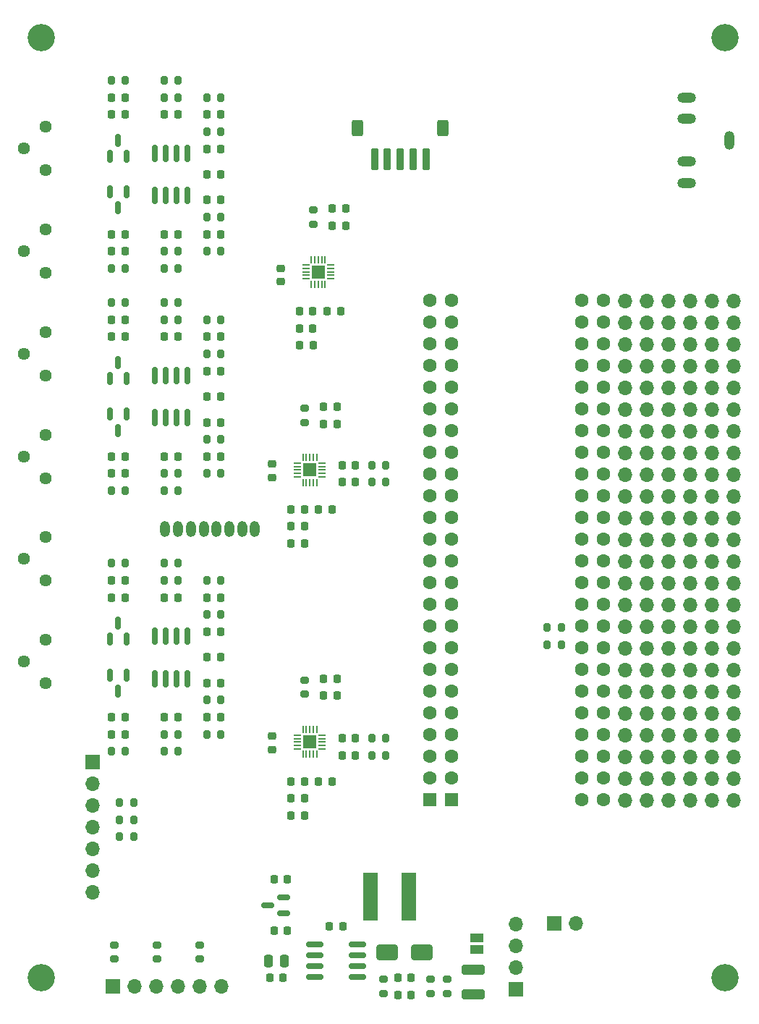
<source format=gbr>
%TF.GenerationSoftware,KiCad,Pcbnew,7.0.2*%
%TF.CreationDate,2025-02-14T16:13:01+00:00*%
%TF.ProjectId,body,626f6479-2e6b-4696-9361-645f70636258,rev?*%
%TF.SameCoordinates,Original*%
%TF.FileFunction,Soldermask,Top*%
%TF.FilePolarity,Negative*%
%FSLAX46Y46*%
G04 Gerber Fmt 4.6, Leading zero omitted, Abs format (unit mm)*
G04 Created by KiCad (PCBNEW 7.0.2) date 2025-02-14 16:13:01*
%MOMM*%
%LPD*%
G01*
G04 APERTURE LIST*
G04 Aperture macros list*
%AMRoundRect*
0 Rectangle with rounded corners*
0 $1 Rounding radius*
0 $2 $3 $4 $5 $6 $7 $8 $9 X,Y pos of 4 corners*
0 Add a 4 corners polygon primitive as box body*
4,1,4,$2,$3,$4,$5,$6,$7,$8,$9,$2,$3,0*
0 Add four circle primitives for the rounded corners*
1,1,$1+$1,$2,$3*
1,1,$1+$1,$4,$5*
1,1,$1+$1,$6,$7*
1,1,$1+$1,$8,$9*
0 Add four rect primitives between the rounded corners*
20,1,$1+$1,$2,$3,$4,$5,0*
20,1,$1+$1,$4,$5,$6,$7,0*
20,1,$1+$1,$6,$7,$8,$9,0*
20,1,$1+$1,$8,$9,$2,$3,0*%
G04 Aperture macros list end*
%ADD10RoundRect,0.200000X-0.200000X-0.275000X0.200000X-0.275000X0.200000X0.275000X-0.200000X0.275000X0*%
%ADD11O,1.700000X1.700000*%
%ADD12RoundRect,0.225000X-0.225000X-0.250000X0.225000X-0.250000X0.225000X0.250000X-0.225000X0.250000X0*%
%ADD13RoundRect,0.200000X0.275000X-0.200000X0.275000X0.200000X-0.275000X0.200000X-0.275000X-0.200000X0*%
%ADD14R,1.500000X1.000000*%
%ADD15C,1.440000*%
%ADD16R,1.700000X1.700000*%
%ADD17RoundRect,0.225000X0.225000X0.250000X-0.225000X0.250000X-0.225000X-0.250000X0.225000X-0.250000X0*%
%ADD18RoundRect,0.250000X0.250000X0.475000X-0.250000X0.475000X-0.250000X-0.475000X0.250000X-0.475000X0*%
%ADD19RoundRect,0.218750X0.218750X0.256250X-0.218750X0.256250X-0.218750X-0.256250X0.218750X-0.256250X0*%
%ADD20RoundRect,0.200000X0.200000X0.275000X-0.200000X0.275000X-0.200000X-0.275000X0.200000X-0.275000X0*%
%ADD21RoundRect,0.225000X0.250000X-0.225000X0.250000X0.225000X-0.250000X0.225000X-0.250000X-0.225000X0*%
%ADD22C,3.200000*%
%ADD23RoundRect,0.250000X-1.100000X0.325000X-1.100000X-0.325000X1.100000X-0.325000X1.100000X0.325000X0*%
%ADD24RoundRect,0.050000X0.050000X-0.375000X0.050000X0.375000X-0.050000X0.375000X-0.050000X-0.375000X0*%
%ADD25RoundRect,0.050000X0.375000X-0.050000X0.375000X0.050000X-0.375000X0.050000X-0.375000X-0.050000X0*%
%ADD26R,1.650000X1.650000*%
%ADD27RoundRect,0.150000X-0.150000X0.825000X-0.150000X-0.825000X0.150000X-0.825000X0.150000X0.825000X0*%
%ADD28RoundRect,0.200000X-0.275000X0.200000X-0.275000X-0.200000X0.275000X-0.200000X0.275000X0.200000X0*%
%ADD29RoundRect,0.150000X0.587500X0.150000X-0.587500X0.150000X-0.587500X-0.150000X0.587500X-0.150000X0*%
%ADD30RoundRect,0.150000X-0.150000X0.587500X-0.150000X-0.587500X0.150000X-0.587500X0.150000X0.587500X0*%
%ADD31RoundRect,0.150000X0.150000X-0.587500X0.150000X0.587500X-0.150000X0.587500X-0.150000X-0.587500X0*%
%ADD32RoundRect,0.150000X-0.825000X-0.150000X0.825000X-0.150000X0.825000X0.150000X-0.825000X0.150000X0*%
%ADD33O,2.200000X1.200000*%
%ADD34O,1.200000X2.200000*%
%ADD35RoundRect,0.250000X-1.000000X-0.650000X1.000000X-0.650000X1.000000X0.650000X-1.000000X0.650000X0*%
%ADD36R,1.700000X5.700000*%
%ADD37RoundRect,0.212500X0.212500X1.087500X-0.212500X1.087500X-0.212500X-1.087500X0.212500X-1.087500X0*%
%ADD38RoundRect,0.216667X0.433333X0.733333X-0.433333X0.733333X-0.433333X-0.733333X0.433333X-0.733333X0*%
%ADD39O,1.170000X1.870000*%
%ADD40R,1.600000X1.600000*%
%ADD41C,1.600000*%
G04 APERTURE END LIST*
D10*
%TO.C,R32*%
X113175000Y-83000000D03*
X114825000Y-83000000D03*
%TD*%
D11*
%TO.C,PB52*%
X183510000Y-68420000D03*
%TD*%
%TO.C,PB132*%
X183510000Y-119220000D03*
%TD*%
%TO.C,PB87*%
X175890000Y-96360000D03*
%TD*%
D12*
%TO.C,C6*%
X124400000Y-109509999D03*
X125950000Y-109509999D03*
%TD*%
D11*
%TO.C,PB3*%
X173350000Y-65880000D03*
%TD*%
%TO.C,PB106*%
X178430000Y-114140000D03*
%TD*%
D13*
%TO.C,R11*%
X118500000Y-137825000D03*
X118500000Y-136175000D03*
%TD*%
D11*
%TO.C,PB33*%
X178430000Y-81120000D03*
%TD*%
%TO.C,PB108*%
X178430000Y-119220000D03*
%TD*%
D14*
%TO.C,JP1*%
X156000000Y-136650000D03*
X156000000Y-135350000D03*
%TD*%
D11*
%TO.C,PB102*%
X178430000Y-103980000D03*
%TD*%
D15*
%TO.C,RV6*%
X105540000Y-52460000D03*
X103000000Y-55000000D03*
X105540000Y-57540000D03*
%TD*%
D16*
%TO.C,J6*%
X113380000Y-141000000D03*
D11*
X115920000Y-141000000D03*
X118460000Y-141000000D03*
X121000000Y-141000000D03*
X123540000Y-141000000D03*
X126080000Y-141000000D03*
%TD*%
D17*
%TO.C,C53*%
X140000000Y-62000000D03*
X138450000Y-62000000D03*
%TD*%
D13*
%TO.C,R45*%
X136820000Y-51825000D03*
X136820000Y-50175000D03*
%TD*%
D11*
%TO.C,PB6*%
X173350000Y-73500000D03*
%TD*%
D18*
%TO.C,C56*%
X133450000Y-138000000D03*
X131550000Y-138000000D03*
%TD*%
D11*
%TO.C,PB85*%
X175890000Y-91280000D03*
%TD*%
D10*
%TO.C,R42*%
X113175000Y-57000000D03*
X114825000Y-57000000D03*
%TD*%
D11*
%TO.C,PB113*%
X180970000Y-101440000D03*
%TD*%
%TO.C,PB92*%
X175890000Y-109060000D03*
%TD*%
%TO.C,PB8*%
X173350000Y-78580000D03*
%TD*%
D17*
%TO.C,C51*%
X140595000Y-52000000D03*
X139045000Y-52000000D03*
%TD*%
D11*
%TO.C,PB32*%
X178430000Y-78580000D03*
%TD*%
D19*
%TO.C,FB3*%
X136787500Y-66000000D03*
X135212500Y-66000000D03*
%TD*%
D11*
%TO.C,PB56*%
X183510000Y-78580000D03*
%TD*%
%TO.C,PB47*%
X180970000Y-86200000D03*
%TD*%
D20*
%TO.C,R15*%
X121000000Y-93509999D03*
X119350000Y-93509999D03*
%TD*%
D11*
%TO.C,PB60*%
X183510000Y-88740000D03*
%TD*%
D12*
%TO.C,C13*%
X113225000Y-111500000D03*
X114775000Y-111500000D03*
%TD*%
D11*
%TO.C,PB68*%
X186050000Y-78580000D03*
%TD*%
D20*
%TO.C,R8*%
X115825000Y-121510000D03*
X114175000Y-121510000D03*
%TD*%
D12*
%TO.C,C34*%
X113225000Y-37000000D03*
X114775000Y-37000000D03*
%TD*%
%TO.C,C15*%
X113225000Y-109499999D03*
X114775000Y-109499999D03*
%TD*%
%TO.C,C3*%
X140225000Y-80000000D03*
X141775000Y-80000000D03*
%TD*%
%TO.C,C10*%
X119400000Y-109509999D03*
X120950000Y-109509999D03*
%TD*%
D11*
%TO.C,PB26*%
X178430000Y-63340000D03*
%TD*%
%TO.C,PB97*%
X178430000Y-91280000D03*
%TD*%
%TO.C,PB5*%
X173350000Y-70960000D03*
%TD*%
D12*
%TO.C,C30*%
X124400000Y-49009999D03*
X125950000Y-49009999D03*
%TD*%
D11*
%TO.C,PB73*%
X173350000Y-91280000D03*
%TD*%
%TO.C,PB143*%
X186050000Y-116680000D03*
%TD*%
%TO.C,PB61*%
X186050000Y-60800000D03*
%TD*%
D20*
%TO.C,R6*%
X145325000Y-112000000D03*
X143675000Y-112000000D03*
%TD*%
D16*
%TO.C,J7*%
X160500000Y-141300000D03*
D11*
X160500000Y-138760000D03*
X160500000Y-136220000D03*
X160500000Y-133680000D03*
%TD*%
%TO.C,PB118*%
X180970000Y-114140000D03*
%TD*%
%TO.C,PB44*%
X180970000Y-78580000D03*
%TD*%
D10*
%TO.C,R38*%
X119350000Y-57009999D03*
X121000000Y-57009999D03*
%TD*%
D11*
%TO.C,PB69*%
X186050000Y-81120000D03*
%TD*%
%TO.C,PB96*%
X175890000Y-119220000D03*
%TD*%
D21*
%TO.C,C52*%
X133000000Y-58550000D03*
X133000000Y-57000000D03*
%TD*%
D12*
%TO.C,C33*%
X124400000Y-46009999D03*
X125950000Y-46009999D03*
%TD*%
D10*
%TO.C,R22*%
X113175000Y-113500000D03*
X114825000Y-113500000D03*
%TD*%
D11*
%TO.C,PB53*%
X183510000Y-70960000D03*
%TD*%
%TO.C,PB136*%
X186050000Y-98900000D03*
%TD*%
%TO.C,PB63*%
X186050000Y-65880000D03*
%TD*%
%TO.C,PB76*%
X173350000Y-98900000D03*
%TD*%
D17*
%TO.C,C57*%
X140275000Y-134000000D03*
X138725000Y-134000000D03*
%TD*%
%TO.C,C60*%
X133775000Y-134500000D03*
X132225000Y-134500000D03*
%TD*%
D20*
%TO.C,R25*%
X121000000Y-63009999D03*
X119350000Y-63009999D03*
%TD*%
D12*
%TO.C,C20*%
X119400000Y-65009998D03*
X120950000Y-65009998D03*
%TD*%
D13*
%TO.C,R10*%
X113500000Y-137825000D03*
X113500000Y-136175000D03*
%TD*%
D22*
%TO.C,H3*%
X105000000Y-140000000D03*
%TD*%
D11*
%TO.C,PB4*%
X173350000Y-68420000D03*
%TD*%
%TO.C,PB75*%
X173350000Y-96360000D03*
%TD*%
D23*
%TO.C,C63*%
X155500000Y-139025000D03*
X155500000Y-141975000D03*
%TD*%
D17*
%TO.C,C49*%
X135775000Y-85180000D03*
X134225000Y-85180000D03*
%TD*%
D11*
%TO.C,PB17*%
X175890000Y-70960000D03*
%TD*%
%TO.C,PB30*%
X178430000Y-73500000D03*
%TD*%
%TO.C,PB34*%
X178430000Y-83660000D03*
%TD*%
%TO.C,PB64*%
X186050000Y-68420000D03*
%TD*%
D20*
%TO.C,R26*%
X121000000Y-61009999D03*
X119350000Y-61009999D03*
%TD*%
D11*
%TO.C,PB131*%
X183510000Y-116680000D03*
%TD*%
D10*
%TO.C,R17*%
X119350000Y-111509999D03*
X121000000Y-111509999D03*
%TD*%
D11*
%TO.C,PB126*%
X183510000Y-103980000D03*
%TD*%
D15*
%TO.C,RV4*%
X105540000Y-76460000D03*
X103000000Y-79000000D03*
X105540000Y-81540000D03*
%TD*%
D11*
%TO.C,PB135*%
X186050000Y-96360000D03*
%TD*%
%TO.C,PB18*%
X175890000Y-73500000D03*
%TD*%
%TO.C,PB127*%
X183510000Y-106520000D03*
%TD*%
D17*
%TO.C,C55*%
X136775000Y-62000000D03*
X135225000Y-62000000D03*
%TD*%
D24*
%TO.C,U5*%
X135610000Y-113860000D03*
X136010000Y-113860000D03*
X136410000Y-113860000D03*
X136810000Y-113860000D03*
X137210000Y-113860000D03*
D25*
X137860000Y-113210000D03*
X137860000Y-112810000D03*
X137860000Y-112410000D03*
X137860000Y-112010000D03*
X137860000Y-111610000D03*
D24*
X137210000Y-110960000D03*
X136810000Y-110960000D03*
X136410000Y-110960000D03*
X136010000Y-110960000D03*
X135610000Y-110960000D03*
D25*
X134960000Y-111610000D03*
X134960000Y-112010000D03*
X134960000Y-112410000D03*
X134960000Y-112810000D03*
X134960000Y-113210000D03*
D26*
X136410000Y-112410000D03*
%TD*%
D11*
%TO.C,PB81*%
X173350000Y-111600000D03*
%TD*%
%TO.C,PB125*%
X183510000Y-101440000D03*
%TD*%
D10*
%TO.C,R27*%
X119350000Y-81009999D03*
X121000000Y-81009999D03*
%TD*%
%TO.C,R21*%
X113175000Y-91500000D03*
X114825000Y-91500000D03*
%TD*%
D27*
%TO.C,U4*%
X122080000Y-43534999D03*
X120810000Y-43534999D03*
X119540000Y-43534999D03*
X118270000Y-43534999D03*
X118270000Y-48484999D03*
X119540000Y-48484999D03*
X120810000Y-48484999D03*
X122080000Y-48484999D03*
%TD*%
D12*
%TO.C,C17*%
X124400000Y-79009999D03*
X125950000Y-79009999D03*
%TD*%
D22*
%TO.C,H1*%
X105000000Y-30000000D03*
%TD*%
D20*
%TO.C,R2*%
X165825000Y-99000000D03*
X164175000Y-99000000D03*
%TD*%
D10*
%TO.C,R20*%
X124350000Y-107509999D03*
X126000000Y-107509999D03*
%TD*%
D11*
%TO.C,PB117*%
X180970000Y-111600000D03*
%TD*%
%TO.C,PB77*%
X173350000Y-101440000D03*
%TD*%
%TO.C,PB54*%
X183510000Y-73500000D03*
%TD*%
D27*
%TO.C,U3*%
X122080000Y-69534999D03*
X120810000Y-69534999D03*
X119540000Y-69534999D03*
X118270000Y-69534999D03*
X118270000Y-74484999D03*
X119540000Y-74484999D03*
X120810000Y-74484999D03*
X122080000Y-74484999D03*
%TD*%
D10*
%TO.C,R24*%
X124350000Y-81009999D03*
X126000000Y-81009999D03*
%TD*%
D11*
%TO.C,PB41*%
X180970000Y-70960000D03*
%TD*%
D17*
%TO.C,C27*%
X125950000Y-39009999D03*
X124400000Y-39009999D03*
%TD*%
D11*
%TO.C,PB138*%
X186050000Y-103980000D03*
%TD*%
D12*
%TO.C,C37*%
X113225000Y-52999999D03*
X114775000Y-52999999D03*
%TD*%
%TO.C,C24*%
X113225000Y-81000000D03*
X114775000Y-81000000D03*
%TD*%
D11*
%TO.C,PB10*%
X173350000Y-83660000D03*
%TD*%
%TO.C,PB142*%
X186050000Y-114140000D03*
%TD*%
D17*
%TO.C,C62*%
X133775000Y-128500000D03*
X132225000Y-128500000D03*
%TD*%
D11*
%TO.C,PB66*%
X186050000Y-73500000D03*
%TD*%
D28*
%TO.C,R46*%
X145000000Y-140175000D03*
X145000000Y-141825000D03*
%TD*%
D11*
%TO.C,PB109*%
X180970000Y-91280000D03*
%TD*%
D12*
%TO.C,C8*%
X124400000Y-105509999D03*
X125950000Y-105509999D03*
%TD*%
D11*
%TO.C,PB20*%
X175890000Y-78580000D03*
%TD*%
%TO.C,PB43*%
X180970000Y-76040000D03*
%TD*%
D12*
%TO.C,C59*%
X146725000Y-142000000D03*
X148275000Y-142000000D03*
%TD*%
D11*
%TO.C,PB104*%
X178430000Y-109060000D03*
%TD*%
D15*
%TO.C,RV1*%
X105540000Y-88460000D03*
X103000000Y-91000000D03*
X105540000Y-93540000D03*
%TD*%
D17*
%TO.C,C45*%
X139595000Y-75180000D03*
X138045000Y-75180000D03*
%TD*%
D13*
%TO.C,R12*%
X123520000Y-137825000D03*
X123520000Y-136175000D03*
%TD*%
D11*
%TO.C,PB7*%
X173350000Y-76040000D03*
%TD*%
D29*
%TO.C,U9*%
X133375000Y-132450000D03*
X133375000Y-130550000D03*
X131500000Y-131500000D03*
%TD*%
D15*
%TO.C,RV3*%
X105540000Y-64460000D03*
X103000000Y-67000000D03*
X105540000Y-69540000D03*
%TD*%
D11*
%TO.C,PB112*%
X180970000Y-98900000D03*
%TD*%
D17*
%TO.C,C5*%
X125950000Y-95509999D03*
X124400000Y-95509999D03*
%TD*%
D12*
%TO.C,C35*%
X113225000Y-55000000D03*
X114775000Y-55000000D03*
%TD*%
%TO.C,C29*%
X124400000Y-43009999D03*
X125950000Y-43009999D03*
%TD*%
D17*
%TO.C,C54*%
X136775000Y-64000000D03*
X135225000Y-64000000D03*
%TD*%
D11*
%TO.C,PB62*%
X186050000Y-63340000D03*
%TD*%
%TO.C,PB119*%
X180970000Y-116680000D03*
%TD*%
D30*
%TO.C,D2*%
X114950000Y-104562499D03*
X113050000Y-104562499D03*
X114000000Y-106437499D03*
%TD*%
D11*
%TO.C,PB22*%
X175890000Y-83660000D03*
%TD*%
D20*
%TO.C,R36*%
X121000000Y-35009999D03*
X119350000Y-35009999D03*
%TD*%
D11*
%TO.C,PB78*%
X173350000Y-103980000D03*
%TD*%
%TO.C,PB9*%
X173350000Y-81120000D03*
%TD*%
%TO.C,PB137*%
X186050000Y-101440000D03*
%TD*%
%TO.C,PB80*%
X173350000Y-109060000D03*
%TD*%
D10*
%TO.C,R28*%
X119350000Y-83009999D03*
X121000000Y-83009999D03*
%TD*%
D11*
%TO.C,PB111*%
X180970000Y-96360000D03*
%TD*%
%TO.C,PB86*%
X175890000Y-93820000D03*
%TD*%
D24*
%TO.C,U7*%
X136610000Y-58860000D03*
X137010000Y-58860000D03*
X137410000Y-58860000D03*
X137810000Y-58860000D03*
X138210000Y-58860000D03*
D25*
X138860000Y-58210000D03*
X138860000Y-57810000D03*
X138860000Y-57410000D03*
X138860000Y-57010000D03*
X138860000Y-56610000D03*
D24*
X138210000Y-55960000D03*
X137810000Y-55960000D03*
X137410000Y-55960000D03*
X137010000Y-55960000D03*
X136610000Y-55960000D03*
D25*
X135960000Y-56610000D03*
X135960000Y-57010000D03*
X135960000Y-57410000D03*
X135960000Y-57810000D03*
X135960000Y-58210000D03*
D26*
X137410000Y-57410000D03*
%TD*%
D17*
%TO.C,C44*%
X139595000Y-73180000D03*
X138045000Y-73180000D03*
%TD*%
D15*
%TO.C,RV2*%
X105540000Y-100460000D03*
X103000000Y-103000000D03*
X105540000Y-105540000D03*
%TD*%
D11*
%TO.C,PB21*%
X175890000Y-81120000D03*
%TD*%
%TO.C,PB128*%
X183510000Y-109060000D03*
%TD*%
%TO.C,PB120*%
X180970000Y-119220000D03*
%TD*%
D28*
%TO.C,R47*%
X152500000Y-140175000D03*
X152500000Y-141825000D03*
%TD*%
D17*
%TO.C,C39*%
X139595000Y-107000000D03*
X138045000Y-107000000D03*
%TD*%
D12*
%TO.C,C18*%
X124400000Y-69009999D03*
X125950000Y-69009999D03*
%TD*%
D11*
%TO.C,PB79*%
X173350000Y-106520000D03*
%TD*%
D13*
%TO.C,R43*%
X135820000Y-106825000D03*
X135820000Y-105175000D03*
%TD*%
D11*
%TO.C,PB94*%
X175890000Y-114140000D03*
%TD*%
%TO.C,PB98*%
X178430000Y-93820000D03*
%TD*%
%TO.C,PB39*%
X180970000Y-65880000D03*
%TD*%
%TO.C,PB99*%
X178430000Y-96360000D03*
%TD*%
%TO.C,PB1*%
X173350000Y-60800000D03*
%TD*%
D31*
%TO.C,D1*%
X113050000Y-100374999D03*
X114950000Y-100374999D03*
X114000000Y-98499999D03*
%TD*%
D12*
%TO.C,C14*%
X113225000Y-95499999D03*
X114775000Y-95499999D03*
%TD*%
D17*
%TO.C,C16*%
X125950000Y-65009999D03*
X124400000Y-65009999D03*
%TD*%
D11*
%TO.C,PB115*%
X180970000Y-106520000D03*
%TD*%
D30*
%TO.C,D6*%
X114950000Y-48062499D03*
X113050000Y-48062499D03*
X114000000Y-49937499D03*
%TD*%
D11*
%TO.C,PB114*%
X180970000Y-103980000D03*
%TD*%
D20*
%TO.C,R33*%
X126000000Y-37009999D03*
X124350000Y-37009999D03*
%TD*%
D11*
%TO.C,PB103*%
X178430000Y-106520000D03*
%TD*%
%TO.C,PB46*%
X180970000Y-83660000D03*
%TD*%
%TO.C,PB133*%
X186050000Y-91280000D03*
%TD*%
%TO.C,PB82*%
X173350000Y-114140000D03*
%TD*%
%TO.C,PB36*%
X178430000Y-88740000D03*
%TD*%
D17*
%TO.C,C47*%
X139000000Y-85180000D03*
X137450000Y-85180000D03*
%TD*%
%TO.C,C42*%
X135775000Y-119000000D03*
X134225000Y-119000000D03*
%TD*%
D12*
%TO.C,C23*%
X113225000Y-63000000D03*
X114775000Y-63000000D03*
%TD*%
D10*
%TO.C,R18*%
X119350000Y-113509999D03*
X121000000Y-113509999D03*
%TD*%
D12*
%TO.C,C22*%
X124400000Y-72009999D03*
X125950000Y-72009999D03*
%TD*%
%TO.C,C25*%
X113225000Y-64999999D03*
X114775000Y-64999999D03*
%TD*%
D17*
%TO.C,C50*%
X140595000Y-50000000D03*
X139045000Y-50000000D03*
%TD*%
D20*
%TO.C,R16*%
X121000000Y-91509999D03*
X119350000Y-91509999D03*
%TD*%
D11*
%TO.C,PB140*%
X186050000Y-109060000D03*
%TD*%
%TO.C,PB15*%
X175890000Y-65880000D03*
%TD*%
D13*
%TO.C,R44*%
X135820000Y-75005000D03*
X135820000Y-73355000D03*
%TD*%
D24*
%TO.C,U6*%
X135610000Y-82040000D03*
X136010000Y-82040000D03*
X136410000Y-82040000D03*
X136810000Y-82040000D03*
X137210000Y-82040000D03*
D25*
X137860000Y-81390000D03*
X137860000Y-80990000D03*
X137860000Y-80590000D03*
X137860000Y-80190000D03*
X137860000Y-79790000D03*
D24*
X137210000Y-79140000D03*
X136810000Y-79140000D03*
X136410000Y-79140000D03*
X136010000Y-79140000D03*
X135610000Y-79140000D03*
D25*
X134960000Y-79790000D03*
X134960000Y-80190000D03*
X134960000Y-80590000D03*
X134960000Y-80990000D03*
X134960000Y-81390000D03*
D26*
X136410000Y-80590000D03*
%TD*%
D11*
%TO.C,PB71*%
X186050000Y-86200000D03*
%TD*%
%TO.C,PB59*%
X183510000Y-86200000D03*
%TD*%
%TO.C,PB24*%
X175890000Y-88740000D03*
%TD*%
D22*
%TO.C,H4*%
X185000000Y-140000000D03*
%TD*%
D11*
%TO.C,PB38*%
X180970000Y-63340000D03*
%TD*%
%TO.C,PB144*%
X186050000Y-119220000D03*
%TD*%
%TO.C,PB83*%
X173350000Y-116680000D03*
%TD*%
%TO.C,PB14*%
X175890000Y-63340000D03*
%TD*%
D21*
%TO.C,C46*%
X132000000Y-81455000D03*
X132000000Y-79905000D03*
%TD*%
D12*
%TO.C,C31*%
X119400000Y-39009998D03*
X120950000Y-39009998D03*
%TD*%
D19*
%TO.C,FB1*%
X135787500Y-121000000D03*
X134212500Y-121000000D03*
%TD*%
D11*
%TO.C,PB55*%
X183510000Y-76040000D03*
%TD*%
%TO.C,PB105*%
X178430000Y-111600000D03*
%TD*%
%TO.C,PB42*%
X180970000Y-73500000D03*
%TD*%
D27*
%TO.C,U2*%
X122080000Y-100034999D03*
X120810000Y-100034999D03*
X119540000Y-100034999D03*
X118270000Y-100034999D03*
X118270000Y-104984999D03*
X119540000Y-104984999D03*
X120810000Y-104984999D03*
X122080000Y-104984999D03*
%TD*%
D31*
%TO.C,D3*%
X113050000Y-69874999D03*
X114950000Y-69874999D03*
X114000000Y-67999999D03*
%TD*%
D10*
%TO.C,R30*%
X124350000Y-77009999D03*
X126000000Y-77009999D03*
%TD*%
D32*
%TO.C,U8*%
X137025000Y-136095000D03*
X137025000Y-137365000D03*
X137025000Y-138635000D03*
X137025000Y-139905000D03*
X141975000Y-139905000D03*
X141975000Y-138635000D03*
X141975000Y-137365000D03*
X141975000Y-136095000D03*
%TD*%
D11*
%TO.C,PB88*%
X175890000Y-98900000D03*
%TD*%
D21*
%TO.C,C40*%
X132000000Y-113275000D03*
X132000000Y-111725000D03*
%TD*%
D15*
%TO.C,RV5*%
X105540000Y-40460000D03*
X103000000Y-43000000D03*
X105540000Y-45540000D03*
%TD*%
D11*
%TO.C,PB121*%
X183510000Y-91280000D03*
%TD*%
D22*
%TO.C,H2*%
X185000000Y-30000000D03*
%TD*%
D31*
%TO.C,D5*%
X113050000Y-43874999D03*
X114950000Y-43874999D03*
X114000000Y-41999999D03*
%TD*%
D11*
%TO.C,PB37*%
X180970000Y-60800000D03*
%TD*%
%TO.C,PB65*%
X186050000Y-70960000D03*
%TD*%
%TO.C,PB116*%
X180970000Y-109060000D03*
%TD*%
D17*
%TO.C,C43*%
X135775000Y-117000000D03*
X134225000Y-117000000D03*
%TD*%
D12*
%TO.C,C21*%
X119400000Y-79009999D03*
X120950000Y-79009999D03*
%TD*%
D11*
%TO.C,PB50*%
X183510000Y-63340000D03*
%TD*%
%TO.C,PB123*%
X183510000Y-96360000D03*
%TD*%
%TO.C,PB139*%
X186050000Y-106520000D03*
%TD*%
%TO.C,PB130*%
X183510000Y-114140000D03*
%TD*%
%TO.C,PB12*%
X173350000Y-88740000D03*
%TD*%
D20*
%TO.C,R35*%
X121000000Y-37009999D03*
X119350000Y-37009999D03*
%TD*%
D11*
%TO.C,PB27*%
X178430000Y-65880000D03*
%TD*%
D20*
%TO.C,R7*%
X145325000Y-80000000D03*
X143675000Y-80000000D03*
%TD*%
%TO.C,R5*%
X115825000Y-119510000D03*
X114175000Y-119510000D03*
%TD*%
D10*
%TO.C,R9*%
X114175000Y-123500000D03*
X115825000Y-123500000D03*
%TD*%
D11*
%TO.C,PB95*%
X175890000Y-116680000D03*
%TD*%
D10*
%TO.C,R34*%
X124350000Y-55009999D03*
X126000000Y-55009999D03*
%TD*%
D11*
%TO.C,PB91*%
X175890000Y-106520000D03*
%TD*%
%TO.C,PB57*%
X183510000Y-81120000D03*
%TD*%
%TO.C,PB134*%
X186050000Y-93820000D03*
%TD*%
D12*
%TO.C,C4*%
X140225000Y-82000000D03*
X141775000Y-82000000D03*
%TD*%
D11*
%TO.C,PB100*%
X178430000Y-98900000D03*
%TD*%
D12*
%TO.C,C28*%
X124400000Y-53009999D03*
X125950000Y-53009999D03*
%TD*%
D20*
%TO.C,R3*%
X145325000Y-114000000D03*
X143675000Y-114000000D03*
%TD*%
D11*
%TO.C,PB16*%
X175890000Y-68420000D03*
%TD*%
D30*
%TO.C,D4*%
X114950000Y-74062499D03*
X113050000Y-74062499D03*
X114000000Y-75937499D03*
%TD*%
D10*
%TO.C,R37*%
X119350000Y-55009999D03*
X121000000Y-55009999D03*
%TD*%
D12*
%TO.C,C9*%
X119400000Y-95509998D03*
X120950000Y-95509998D03*
%TD*%
%TO.C,C12*%
X113225000Y-93500000D03*
X114775000Y-93500000D03*
%TD*%
D10*
%TO.C,R14*%
X124350000Y-111509999D03*
X126000000Y-111509999D03*
%TD*%
%TO.C,R19*%
X124350000Y-97509999D03*
X126000000Y-97509999D03*
%TD*%
D19*
%TO.C,FB2*%
X135787500Y-89180000D03*
X134212500Y-89180000D03*
%TD*%
D11*
%TO.C,PB11*%
X173350000Y-86200000D03*
%TD*%
%TO.C,PB40*%
X180970000Y-68420000D03*
%TD*%
D20*
%TO.C,R23*%
X126000000Y-63009999D03*
X124350000Y-63009999D03*
%TD*%
D11*
%TO.C,PB101*%
X178430000Y-101440000D03*
%TD*%
D20*
%TO.C,R4*%
X145325000Y-82000000D03*
X143675000Y-82000000D03*
%TD*%
D12*
%TO.C,C61*%
X146725000Y-140000000D03*
X148275000Y-140000000D03*
%TD*%
%TO.C,C26*%
X113225000Y-78999999D03*
X114775000Y-78999999D03*
%TD*%
D11*
%TO.C,PB25*%
X178430000Y-60800000D03*
%TD*%
%TO.C,PB2*%
X173350000Y-63340000D03*
%TD*%
%TO.C,PB23*%
X175890000Y-86200000D03*
%TD*%
D10*
%TO.C,R29*%
X124350000Y-67009999D03*
X126000000Y-67009999D03*
%TD*%
D11*
%TO.C,PB93*%
X175890000Y-111600000D03*
%TD*%
%TO.C,PB72*%
X186050000Y-88740000D03*
%TD*%
D12*
%TO.C,C19*%
X124400000Y-75009999D03*
X125950000Y-75009999D03*
%TD*%
%TO.C,C2*%
X140225000Y-114000000D03*
X141775000Y-114000000D03*
%TD*%
D11*
%TO.C,PB84*%
X173350000Y-119220000D03*
%TD*%
%TO.C,PB58*%
X183510000Y-83660000D03*
%TD*%
D10*
%TO.C,R31*%
X113175000Y-61000000D03*
X114825000Y-61000000D03*
%TD*%
D11*
%TO.C,PB110*%
X180970000Y-93820000D03*
%TD*%
%TO.C,PB51*%
X183510000Y-65880000D03*
%TD*%
D17*
%TO.C,C58*%
X133275000Y-140000000D03*
X131725000Y-140000000D03*
%TD*%
D11*
%TO.C,PB141*%
X186050000Y-111600000D03*
%TD*%
%TO.C,PB29*%
X178430000Y-70960000D03*
%TD*%
%TO.C,PB70*%
X186050000Y-83660000D03*
%TD*%
D10*
%TO.C,R40*%
X124350000Y-51009999D03*
X126000000Y-51009999D03*
%TD*%
D33*
%TO.C,J4*%
X180500000Y-47000000D03*
X180500000Y-44500000D03*
D34*
X185500000Y-42000000D03*
D33*
X180500000Y-37000000D03*
X180500000Y-39500000D03*
%TD*%
D17*
%TO.C,C41*%
X139000000Y-117000000D03*
X137450000Y-117000000D03*
%TD*%
D11*
%TO.C,PB67*%
X186050000Y-76040000D03*
%TD*%
D20*
%TO.C,R13*%
X126000000Y-93509999D03*
X124350000Y-93509999D03*
%TD*%
D11*
%TO.C,PB89*%
X175890000Y-101440000D03*
%TD*%
%TO.C,PB31*%
X178430000Y-76040000D03*
%TD*%
D20*
%TO.C,R1*%
X165825000Y-101000000D03*
X164175000Y-101000000D03*
%TD*%
D11*
%TO.C,PB90*%
X175890000Y-103980000D03*
%TD*%
D12*
%TO.C,C32*%
X119400000Y-53009999D03*
X120950000Y-53009999D03*
%TD*%
D11*
%TO.C,PB48*%
X180970000Y-88740000D03*
%TD*%
D17*
%TO.C,C38*%
X139595000Y-105000000D03*
X138045000Y-105000000D03*
%TD*%
%TO.C,C48*%
X135775000Y-87180000D03*
X134225000Y-87180000D03*
%TD*%
D12*
%TO.C,C7*%
X124400000Y-99509999D03*
X125950000Y-99509999D03*
%TD*%
D11*
%TO.C,PB13*%
X175890000Y-60800000D03*
%TD*%
%TO.C,PB122*%
X183510000Y-93820000D03*
%TD*%
%TO.C,PB124*%
X183510000Y-98900000D03*
%TD*%
D28*
%TO.C,R48*%
X150500000Y-140175000D03*
X150500000Y-141825000D03*
%TD*%
D35*
%TO.C,D7*%
X145500000Y-137000000D03*
X149500000Y-137000000D03*
%TD*%
D11*
%TO.C,PB28*%
X178430000Y-68420000D03*
%TD*%
%TO.C,PB107*%
X178430000Y-116680000D03*
%TD*%
%TO.C,PB19*%
X175890000Y-76040000D03*
%TD*%
D12*
%TO.C,C36*%
X113225000Y-38999999D03*
X114775000Y-38999999D03*
%TD*%
D10*
%TO.C,R41*%
X113175000Y-35000000D03*
X114825000Y-35000000D03*
%TD*%
D11*
%TO.C,PB49*%
X183510000Y-60800000D03*
%TD*%
%TO.C,PB74*%
X173350000Y-93820000D03*
%TD*%
D12*
%TO.C,C11*%
X124400000Y-102509999D03*
X125950000Y-102509999D03*
%TD*%
%TO.C,C1*%
X140225000Y-112000000D03*
X141775000Y-112000000D03*
%TD*%
D11*
%TO.C,PB35*%
X178430000Y-86200000D03*
%TD*%
D10*
%TO.C,R39*%
X124350000Y-41009999D03*
X126000000Y-41009999D03*
%TD*%
D11*
%TO.C,PB45*%
X180970000Y-81120000D03*
%TD*%
D36*
%TO.C,L1*%
X143500000Y-130500000D03*
X148000000Y-130500000D03*
%TD*%
D37*
%TO.C,J1*%
X144000000Y-44200000D03*
X145500000Y-44200000D03*
X147000000Y-44200000D03*
X148500000Y-44200000D03*
X150000000Y-44200000D03*
D38*
X152000000Y-40600000D03*
X142000000Y-40600000D03*
%TD*%
D11*
%TO.C,PB129*%
X183510000Y-111600000D03*
%TD*%
D16*
%TO.C,J5*%
X111000000Y-114760000D03*
D11*
X111000000Y-117300000D03*
X111000000Y-119840000D03*
X111000000Y-122380000D03*
X111000000Y-124920000D03*
X111000000Y-127460000D03*
X111000000Y-130000000D03*
%TD*%
D39*
%TO.C,J3*%
X130000000Y-87500000D03*
X128500000Y-87500000D03*
X127000000Y-87500000D03*
X125500000Y-87500000D03*
X124000000Y-87500000D03*
X122500000Y-87500000D03*
X121000000Y-87500000D03*
X119500000Y-87500000D03*
%TD*%
D16*
%TO.C,J2*%
X165000000Y-133625000D03*
D11*
X167540000Y-133625000D03*
%TD*%
D40*
%TO.C,U1*%
X150460000Y-119180000D03*
X153000000Y-119180000D03*
D41*
X150460000Y-116640000D03*
X153000000Y-116640000D03*
X150460000Y-114100000D03*
X153000000Y-114100000D03*
X150460000Y-111560000D03*
X153000000Y-111560000D03*
X150460000Y-109020000D03*
X153000000Y-109020000D03*
X150460000Y-106480000D03*
X153000000Y-106480000D03*
X150460000Y-103940000D03*
X153000000Y-103940000D03*
X150460000Y-101400000D03*
X153000000Y-101400000D03*
X150460000Y-98860000D03*
X153000000Y-98860000D03*
X150460000Y-96320000D03*
X153000000Y-96320000D03*
X150460000Y-93780000D03*
X153000000Y-93780000D03*
X150460000Y-91240000D03*
X153000000Y-91240000D03*
X150460000Y-88700000D03*
X153000000Y-88700000D03*
X150460000Y-86160000D03*
X153000000Y-86160000D03*
X150460000Y-83620000D03*
X153000000Y-83620000D03*
X150460000Y-81080000D03*
X153000000Y-81080000D03*
X150460000Y-78540000D03*
X153000000Y-78540000D03*
X150460000Y-76000000D03*
X153000000Y-76000000D03*
X150460000Y-73460000D03*
X153000000Y-73460000D03*
X150460000Y-70920000D03*
X153000000Y-70920000D03*
X150460000Y-68380000D03*
X153000000Y-68380000D03*
X150460000Y-65840000D03*
X153000000Y-65840000D03*
X150460000Y-63300000D03*
X153000000Y-63300000D03*
X150460000Y-60760000D03*
X153000000Y-60760000D03*
X168240000Y-60760000D03*
X170780000Y-60760000D03*
X168240000Y-63300000D03*
X170780000Y-63300000D03*
X168240000Y-65840000D03*
X170780000Y-65840000D03*
X168240000Y-68380000D03*
X170780000Y-68380000D03*
X168240000Y-70920000D03*
X170780000Y-70920000D03*
X168240000Y-73460000D03*
X170780000Y-73460000D03*
X168240000Y-76000000D03*
X170780000Y-76000000D03*
X168240000Y-78540000D03*
X170780000Y-78540000D03*
X168240000Y-81080000D03*
X170780000Y-81080000D03*
X168240000Y-83620000D03*
X170780000Y-83620000D03*
X168240000Y-86160000D03*
X170780000Y-86160000D03*
X168240000Y-88700000D03*
X170780000Y-88700000D03*
X168240000Y-91240000D03*
X170780000Y-91240000D03*
X168240000Y-93780000D03*
X170780000Y-93780000D03*
X168240000Y-96320000D03*
X170780000Y-96320000D03*
X168240000Y-98860000D03*
X170780000Y-98860000D03*
X168240000Y-101400000D03*
X170780000Y-101400000D03*
X168240000Y-103940000D03*
X170780000Y-103940000D03*
X168240000Y-106480000D03*
X170780000Y-106480000D03*
X168240000Y-109020000D03*
X170780000Y-109020000D03*
X168240000Y-111560000D03*
X170780000Y-111560000D03*
X168240000Y-114100000D03*
X170780000Y-114100000D03*
X168240000Y-116640000D03*
X170780000Y-116640000D03*
X168240000Y-119180000D03*
X170780000Y-119180000D03*
%TD*%
M02*

</source>
